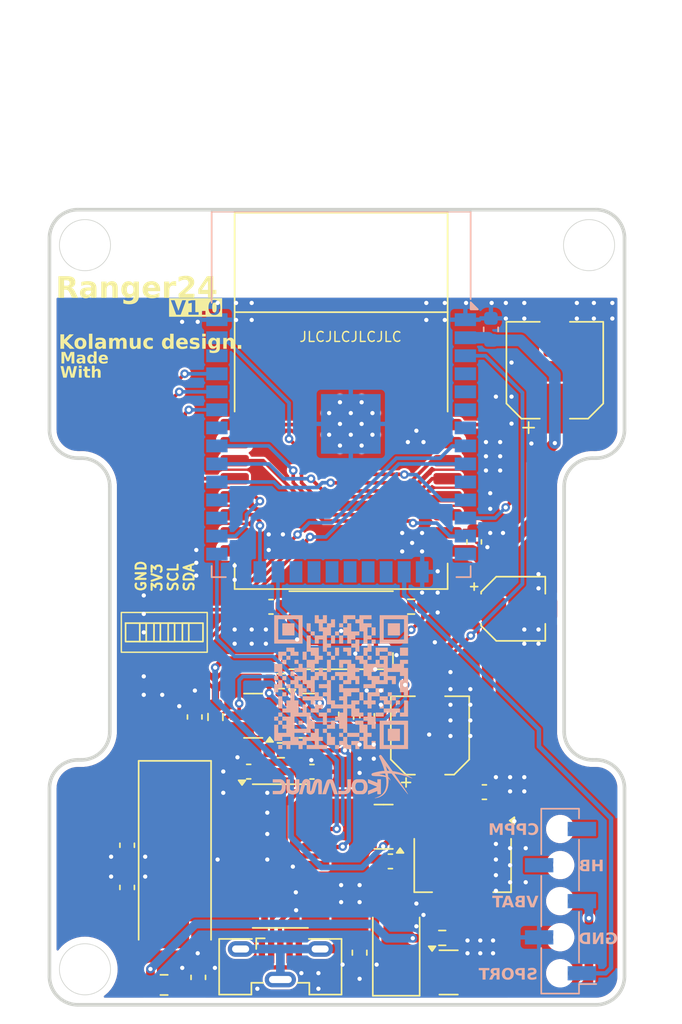
<source format=kicad_pcb>
(kicad_pcb (version 20240108) (generator "pcbnew") (generator_version "8.0")
  (layers (0 "F.Cu" signal) (31 "B.Cu" signal) (34 "B.Paste" user) (35 "F.Paste" user) (36 "B.SilkS" user "B.Silkscreen") (37 "F.SilkS" user "F.Silkscreen") (38 "B.Mask" user) (39 "F.Mask" user) (44 "Edge.Cuts" user))
  (net 0 "")
  (net 1 "+3V3")
  (net 2 "GND")
  (net 3 "/RX")
  (net 4 "/TX")
  (net 5 "/IO0")
  (net 6 "/EN")
  (net 10 "/TX_EN")
  (net 11 "/BUSY")
  (net 13 "/MOSI")
  (net 14 "/SCK")
  (net 15 "/MISO")
  (net 17 "/S.PORT")
  (net 18 "/NSS")
  (net 21 "/RX_EN")
  (net 22 "/DIO1")
  (net 23 "/~{nRESET}")
  (net 27 "/SCL")
  (net 30 "/DIO2")
  (net 33 "/HB")
  (net 34 "/VBAT")
  (net 35 "/CPPM")
  (net 36 "/FAN")
  (net 37 "/LED")
  (net 38 "/SDA")
  (net 39 "Net-(U4-XI)")
  (net 40 "Net-(U4-XO)")
  (net 41 "+5V")
  (net 42 "VCC")
  (net 43 "VBUS")
  (net 44 "Net-(D4-DIN)")
  (net 46 "/D-")
  (net 47 "/D+")
  (net 48 "Net-(Q1-B)")
  (net 49 "Net-(Q1-E)")
  (net 50 "Net-(Q2-E)")
  (net 51 "Net-(Q2-B)")
  (net 59 "Net-(J3-VBUS)")
  (net 61 "Net-(J3-Shield)")
  (footprint "Capacitor_SMD:CP_Elec_6.3x5.7" (layer "F.Cu") (at 166.55 79.94 90)
    (property "Reference" "C14" (hide yes))
    (property "Value" "22uF/50V" (hide yes))
  )
  (footprint "Resistor_SMD:R_0603_1608Metric" (layer "F.Cu") (at 156.43 96.59 180)
    (property "Reference" "R2" (hide yes))
    (property "Value" "100R" (hide yes))
  )
  (footprint "Capacitor_SMD:CP_Elec_5x5.3" (layer "F.Cu") (at 157.76 105.66 90)
    (property "Reference" "C13" (hide yes))
    (property "Value" "10uF/35V" (hide yes))
  )
  (footprint "Package_TO_SOT_SMD:SOT-223-3_TabPin2" (layer "F.Cu") (at 160.06 114.79 -90)
    (property "Reference" "U5" (hide yes))
    (property "Value" "AMS1117-3.3" (hide yes))
  )
  (footprint "Capacitor_SMD:C_0603_1608Metric" (layer "F.Cu") (at 144.99 108.21 180)
    (property "Reference" "C8" (hide yes))
    (property "Value" "10nF" (hide yes))
  )
  (footprint "Resistor_SMD:R_0603_1608Metric" (layer "F.Cu") (at 147.2575 101.84)
    (property "Reference" "R9" (hide yes))
    (property "Value" "10K" (hide yes))
  )
  (footprint "Capacitor_SMD:C_0603_1608Metric" (layer "F.Cu") (at 136.43 116.365 90)
    (property "Reference" "C6" (hide yes))
    (property "Value" "10pF" (hide yes))
  )
  (footprint "Inductor_SMD:L_0603_1608Metric" (layer "F.Cu") (at 152.8 120.96 90)
    (property "Reference" "L1" (hide yes))
    (property "Value" "220R" (hide yes))
  )
  (footprint "Capacitor_SMD:C_0603_1608Metric" (layer "F.Cu") (at 141.1875 104.36 -90)
    (property "Reference" "C12" (hide yes))
    (property "Value" "0.1uF" (hide yes))
  )
  (footprint "Capacitor_SMD:CP_Elec_4x5.4" (layer "F.Cu") (at 163.62 96.74)
    (property "Reference" "C2" (hide yes))
    (property "Value" "10uF" (hide yes))
  )
  (footprint "Capacitor_SMD:C_0603_1608Metric" (layer "F.Cu") (at 154.97 114.53)
    (property "Reference" "C15" (hide yes))
    (property "Value" "0.1uF" (hide yes))
  )
  (footprint "Package_TO_SOT_SMD:SOT-23" (layer "F.Cu") (at 145.3075 104.2725 180)
    (property "Reference" "Q1" (hide yes))
    (property "Value" "MMBT3904" (hide yes))
  )
  (footprint "Package_TO_SOT_SMD:SOT-23" (layer "F.Cu") (at 149.2075 104.27)
    (property "Reference" "Q2" (hide yes))
    (property "Value" "MMBT3904" (hide yes))
  )
  (footprint "Capacitor_SMD:C_0603_1608Metric" (layer "F.Cu") (at 161.59 109.65 180)
    (property "Reference" "C10" (hide yes))
    (property "Value" "0.1uF" (hide yes))
  )
  (footprint "Capacitor_SMD:C_0603_1608Metric" (layer "F.Cu") (at 149.445 108.22 180)
    (property "Reference" "C9" (hide yes))
    (property "Value" "1uF" (hide yes))
  )
  (footprint "Capacitor_SMD:C_0603_1608Metric" (layer "F.Cu") (at 160.87 92.03 90)
    (property "Reference" "C3" (hide yes))
    (property "Value" "0.1uF" (hide yes))
  )
  (footprint "Resistor_SMD:R_0603_1608Metric" (layer "F.Cu") (at 147.2575 106.71 180)
    (property "Reference" "R8" (hide yes))
    (property "Value" "10K" (hide yes))
  )
  (footprint "Crystal:Crystal_SMD_HC49-SD" (layer "F.Cu") (at 139.79 114.15 -90)
    (property "Reference" "Y1" (hide yes))
    (property "Value" "Crystal" (hide yes))
  )
  (footprint "LED_SMD:LED_WS2812B_PLCC4_5.0x5.0mm_P3.2mm" (layer "F.Cu") (at 151.5 98.25)
    (property "Reference" "D4" (hide yes))
    (property "Value" "WS2812B" (hide yes))
  )
  (footprint "Library:E28-2G4M27S" (layer "F.Cu") (at 151.62 83.77 180)
    (property "Reference" "U2" (hide yes))
    (property "Value" "E28-2G4M27S" (hide yes))
  )
  (footprint "Capacitor_SMD:C_0603_1608Metric" (layer "F.Cu") (at 146.56 96.6)
    (property "Reference" "C7" (hide yes))
    (property "Value" "0.1uF" (hide yes))
  )
  (footprint "Package_SO:SOIC-16_3.9x9.9mm_P1.27mm" (layer "F.Cu") (at 147.22 114.155)
    (property "Reference" "U4" (hide yes))
    (property "Value" "CH340G" (hide yes))
  )
  (footprint "Capacitor_SMD:C_0603_1608Metric" (layer "F.Cu") (at 153.3275 104.27 90)
    (property "Reference" "C11" (hide yes))
    (property "Value" "0.1uF" (hide yes))
  )
  (footprint "Connector_USB:USB_Micro-B_Molex-105133-0031" (layer "F.Cu") (at 147.22 121.775)
    (property "Reference" "J3" (hide yes))
    (property "Value" "1051330011" (hide yes))
  )
  (footprint "Library:DS1020-05-04BT1" (layer "F.Cu") (at 139.07 98.4)
    (property "Reference" "J1" (hide yes))
    (property "Value" "LCD" (hide yes))
  )
  (footprint "Package_TO_SOT_SMD:SOT-23" (layer "F.Cu") (at 154.49 112.09 180)
    (property "Reference" "U3" (hide yes))
    (property "Value" "~" (hide yes))
  )
  (footprint "Resistor_SMD:R_0603_1608Metric" (layer "F.Cu") (at 158.62 119.92 180)
    (property "Reference" "R1" (hide yes))
    (property "Value" "100K" (hide yes))
  )
  (footprint "Diode_SMD:D_SMA" (layer "F.Cu") (at 155.38 120.48 90)
    (property "Reference" "D3" (hide yes))
    (property "Value" "SS34" (hide yes))
  )
  (footprint "Resistor_SMD:R_0603_1608Metric" (layer "F.Cu") (at 151.8575 104.27 -90)
    (property "Reference" "R11" (hide yes))
    (property "Value" "10K" (hide yes))
  )
  (footprint "Capacitor_SMD:C_0603_1608Metric" (layer "F.Cu") (at 136.43 113.395 -90)
    (property "Reference" "C5" (hide yes))
    (property "Value" "10pF" (hide yes))
  )
  (footprint "Package_TO_SOT_SMD:SOT-23" (layer "F.Cu") (at 159.07 122.35)
    (property "Reference" "Q3" (hide yes))
    (property "Value" "PJA3441" (hide yes))
  )
  (footprint "Resistor_SMD:R_0603_1608Metric" (layer "F.Cu") (at 142.6475 104.36 90)
    (property "Reference" "R10" (hide yes))
    (property "Value" "10K" (hide yes))
  )
  (footprint "Capacitor_SMD:C_0603_1608Metric" (layer "F.Cu") (at 141.44 122.7 90)
    (property "Reference" "C4" (hide yes))
    (property "Value" "1uF" (hide yes))
  )
  (footprint "Fuse:Fuse_0805_2012Metric" (layer "F.Cu") (at 139.03 123.23 180)
    (property "Reference" "F1" (hide yes))
    (property "Value" "6V/1.5A" (hide yes))
  )
  (footprint "Capacitor_SMD:C_0603_1608Metric" (layer "B.Cu") (at 162.05 77.06 90)
    (property "Reference" "C1" (hide yes))
    (property "Value" "0.1uF" (hide yes))
  )
  (footprint "Library:DS1023-10-1X5B81XTX" (layer "B.Cu") (at 166.93 117.2792 90)
    (property "Reference" "J2" (hide yes))
    (property "Value" "SPORT" (hide yes))
  )
  (footprint "LOGO" (layer "B.Cu") (at 151.504927 101.9 180)
    (property "Reference" "G***" (hide yes))
    (property "Value" "LOGO" (hide yes))
  )
  (footprint "RF_Module:ESP32-WROOM-32" (layer "B.Cu") (at 151.5 84.63 180)
    (property "Reference" "U1" (hide yes))
    (property "Value" "ESP32-WROOM-32D" (hide yes))
  )
  (footprint "Alperen:KOLAMUC_LOGO" (layer "B.Cu") (at 156.6 110.2 180)
    (property "Reference" "REF**" (hide yes))
    (property "Value" "KOLAMUC_LOGO" (hide yes))
  )
  (gr_arc (start 169.207 107.379) (mid 167.792786 106.793214) (end 167.207 105.379) (stroke (width 0.254)) (layer "Edge.Cuts"))
  (gr_arc (start 171.458 84.13) (mid 170.872214 85.544214) (end 169.458 86.13) (stroke (width 0.254)) (layer "Edge.Cuts"))
  (gr_line (start 132.957 86.132) (end 133.209 86.132) (stroke (width 0.254)) (layer "Edge.Cuts"))
  (gr_arc (start 169.457 107.379) (mid 170.871214 107.964786) (end 171.457 109.379) (stroke (width 0.254)) (layer "Edge.Cuts"))
  (gr_line (start 169.208 86.131) (end 169.457 86.132) (stroke (width 0.254)) (layer "Edge.Cuts"))
  (gr_line (start 135.208 88.13) (end 135.208 105.38) (stroke (width 0.254)) (layer "Edge.Cuts"))
  (gr_line (start 130.958 109.38) (end 130.958 122.632) (stroke (width 0.254)) (layer "Edge.Cuts"))
  (gr_circle (center 133.46 122.13) (end 135.26 122.13) (stroke (width 0.05)) (fill none) (layer "Edge.Cuts"))
  (gr_arc (start 133.208 86.13) (mid 134.622214 86.715786) (end 135.208 88.13) (stroke (width 0.254)) (layer "Edge.Cuts"))
  (gr_circle (center 133.46 71.13) (end 135.26 71.13) (stroke (width 0.05)) (fill none) (layer "Edge.Cuts"))
  (gr_line (start 169.458 107.38) (end 169.206 107.38) (stroke (width 0.254)) (layer "Edge.Cuts"))
  (gr_line (start 171.457 109.38) (end 171.456999 122.631) (stroke (width 0.254)) (layer "Edge.Cuts"))
  (gr_arc (start 132.958 124.63) (mid 131.544494 124.04492) (end 130.958001 122.632) (stroke (width 0.254)) (layer "Edge.Cuts"))
  (gr_arc (start 171.456999 122.631) (mid 170.870506 124.04392) (end 169.457 124.629) (stroke (width 0.254)) (layer "Edge.Cuts"))
  (gr_arc (start 132.958 86.13) (mid 131.543786 85.544214) (end 130.958 84.13) (stroke (width 0.254)) (layer "Edge.Cuts"))
  (gr_line (start 167.208 105.381) (end 167.206 88.131) (stroke (width 0.254)) (layer "Edge.Cuts"))
  (gr_line (start 132.957 124.629) (end 169.458 124.629) (stroke (width 0.254)) (layer "Edge.Cuts"))
  (gr_arc (start 169.458 68.63) (mid 170.872214 69.215786) (end 171.458 70.63) (stroke (width 0.254)) (layer "Edge.Cuts"))
  (gr_line (start 171.458 84.13) (end 171.458 70.63) (stroke (width 0.254)) (layer "Edge.Cuts"))
  (gr_line (start 130.958 70.631) (end 130.958 84.13) (stroke (width 0.254)) (layer "Edge.Cuts"))
  (gr_line (start 133.209 107.381) (end 132.957 107.381) (stroke (width 0.254)) (layer "Edge.Cuts"))
  (gr_arc (start 130.958 70.63) (mid 131.543786 69.215786) (end 132.958 68.63) (stroke (width 0.254)) (layer "Edge.Cuts"))
  (gr_arc (start 130.958 109.38) (mid 131.543786 107.965786) (end 132.958 107.38) (stroke (width 0.254)) (layer "Edge.Cuts"))
  (gr_circle (center 168.96 71.13) (end 170.76 71.13) (stroke (width 0.05)) (fill none) (layer "Edge.Cuts"))
  (gr_arc (start 167.208 88.13) (mid 167.793786 86.715786) (end 169.208 86.13) (stroke (width 0.254)) (layer "Edge.Cuts"))
  (gr_arc (start 135.208 105.38) (mid 134.622214 106.794214) (end 133.208 107.38) (stroke (width 0.254)) (layer "Edge.Cuts"))
  (gr_line (start 169.458 68.631) (end 132.957 68.631) (stroke (width 0.254)) (layer "Edge.Cuts"))
  (gr_text "010624" (at 133.3 117.6 90) (layer "F.Cu") (effects (font (size 1 1) (thickness 0.1)) (justify left bottom)))
  (gr_text "GND" (at 170.99 120.49 0) (layer "B.SilkS") (effects (font (size 0.8 0.8) (thickness 0.2) (bold yes)) (justify left bottom mirror)))
  (gr_text "SPORT" (at 165.34 122.99 0) (layer "B.SilkS") (effects (font (size 0.8 0.8) (thickness 0.2) (bold yes)) (justify left bottom mirror)))
  (gr_text "CPPM" (at 165.44 112.8 0) (layer "B.SilkS") (effects (font (size 0.8 0.8) (thickness 0.2) (bold yes)) (justify left bottom mirror)))
  (gr_text "VBAT" (at 165.4 117.9 0) (layer "B.SilkS") (effects (font (size 0.8 0.8) (thickness 0.2) (bold yes)) (justify left bottom mirror)))
  (gr_text "HB" (at 170.02 115.36 0) (layer "B.SilkS") (effects (font (size 0.8 0.8) (thickness 0.2) (bold yes)) (justify left bottom mirror)))
  (gr_text "With" (at 131.7 80.6 0) (layer "F.SilkS") (effects (font (size 0.8 0.8) (thickness 0.2) (bold yes)) (justify left bottom)))
  (gr_text "Kolamuc design." (at 131.6 78.6 0) (layer "F.SilkS") (effects (font (size 1 1) (thickness 0.2) (bold yes)) (justify left bottom)))
  (gr_text "Made" (at 131.7 79.6 0) (layer "F.SilkS") (effects (font (size 0.8 0.8) (thickness 0.2) (bold yes)) (justify left bottom)))
  (gr_text "JLCJLCJLCJLC" (at 148.5 78 0) (layer "F.SilkS") (effects (font (size 0.7 0.7) (thickness 0.1)) (justify left bottom)))
  (gr_text "Ranger24" (at 131.4 75.1 0) (layer "F.SilkS") (effects (font (size 1.5 1.5) (thickness 0.25) (bold yes)) (justify left bottom)))
  (gr_text "V1.0" (at 139.5 76.2 0) (layer "F.SilkS" knockout) (effects (font (size 1 1) (thickness 0.25) (bold yes)) (justify left bottom)))
  (gr_text "GND\n3V3\nSCL\nSDA" (at 141.2 95.6 90) (layer "F.SilkS") (effects (font (size 0.7 0.7)) (justify left bottom)))
  (segment (start 151.87 100.9) (end 152.75 101.78) (width 0.508) (layer "F.Cu") (net 1))
  (segment (start 160.06 109.56) (end 160.06 109.14) (width 0.8128) (layer "F.Cu") (net 1))
  (segment (start 161.82 107.38) (end 161.82 96.74) (width 0.8128) (layer "F.Cu") (net 1))
  (segment (start 158.059058 100.4466) (end 159.62 98.885658) (width 0.508) (layer "F.Cu") (net 1))
  (segment (start 147.49 110.48) (end 148.26 109.71) (width 0.508) (layer "F.Cu") (net 1))
  (segment (start 160.06 109.56) (end 160.15 109.65) (width 0.8128) (layer "F.Cu") (net 1))
  (segment (start 160.26 96.74) (end 161.82 96.74) (width 0.508) (layer "F.Cu") (net 1))
  (segment (start 149.01 109.71) (end 149.695 109.71) (width 0.508) (layer "F.Cu") (net 1))
  (segment (start 159 92.66) (end 160.725 92.66) (width 0.8128) (layer "F.Cu") (net 1))
  (segment (start 156.1634 100.4466) (end 158.059058 100.4466) (width 0.508) (layer "F.Cu") (net 1))
  (segment (start 166.55 82.64) (end 166.55 85.07) (width 0.8128) (layer "F.Cu") (net 1))
  (segment (start 155.1 102.05) (end 154.83 101.78) (width 0.508) (layer "F.Cu") (net 1))
  (segment (start 166.55 85.07) (end 165.1 86.52) (width 0.8128) (layer "F.Cu") (net 1))
  (segment (start 154.83 101.78) (end 156.1634 100.4466) (width 0.508) (layer "F.Cu") (net 1))
  (segment (start 142.6475 103.535) (end 142.6475 102.4725) (width 0.508) (layer "F.Cu") (net 1))
  (segment (start 138.57 100.94) (end 139.28 101.65) (width 0.254) (layer "F.Cu") (net 1))
  (segment (start 147.49 113.09) (end 147.49 110.48) (width 0.508) (layer "F.Cu") (net 1))
  (segment (start 148.66 108.21) (end 148.67 108.22) (width 0.508) (layer "F.Cu") (net 1))
  (segment (start 165.1 86.52) (end 165.1 90.475) (width 0.8128) (layer "F.Cu") (net 1))
  (segment (start 148.67 109.37) (end 149.01 109.71) (width 0.508) (layer "F.Cu") (net 1))
  (segment (start 165.1 90.475) (end 161.82 93.755) (width 0.8128) (layer "F.Cu") (net 1))
  (segment (start 160.06 111.64) (end 160.06 109.56) (width 0.8128) (layer "F.Cu") (net 1))
  (segment (start 161.82 93.755) (end 161.82 96.74) (width 0.8128) (layer "F.Cu") (net 1))
  (segment (start 160.725 92.66) (end 160.87 92.805) (width 0.8128) (layer "F.Cu") (net 1))
  (segment (start 142.6475 102.4725) (end 144.22 100.9) (width 0.508) (layer "F.Cu") (net 1))
  (segment (start 145.765 108.21) (end 148.66 108.21) (width 0.508) (layer "F.Cu") (net 1))
  (segment (start 160.15 109.65) (end 160.815 109.65) (width 0.8128) (layer "F.Cu") (net 1))
  (segment (start 159.62 98.885658) (end 159.62 97.38) (width 0.508) (layer "F.Cu") (net 1))
  (segment (start 149.695 109.71) (end 152.51 109.71) (width 0.508) (layer "F.Cu") (net 1))
  (segment (start 160.06 117.94) (end 160.06 111.64) (width 0.8128) (layer "F.Cu") (net 1))
  (segment (start 160.06 109.14) (end 161.82 107.38) (width 0.8128) (layer "F.Cu") (net 1))
  (segment (start 147.06 113.52) (end 147.49 113.09) (width 0.508) (layer "F.Cu") (net 1))
  (segment (start 138.57 96.8) (end 138.57 100.94) (width 0.254) (layer "F.Cu") (net 1))
  (segment (start 160.87 92.805) (end 161.82 93.755) (width 0.8128) (layer "F.Cu") (net 1))
  (segment (start 151.8575 102.6725) (end 152.75 101.78) (width 0.508) (layer "F.Cu") (net 1))
  (segment (start 151.8575 103.445) (end 151.8575 102.6725) (width 0.508) (layer "F.Cu") (net 1))
  (segment (start 144.22 100.9) (end 151.87 100.9) (width 0.508) (layer "F.Cu") (net 1))
  (segment (start 152.75 101.78) (end 154.83 101.78) (width 0.508) (layer "F.Cu") (net 1))
  (segment (start 144.745 113.52) (end 147.06 113.52) (width 0.508) (layer "F.Cu") (net 1))
  (segment (start 159.62 97.38) (end 160.26 96.74) (width 0.508) (layer "F.Cu") (net 1))
  (segment (start 139.28 101.65) (end 141.825 101.65) (width 0.254) (layer "F.Cu") (net 1))
  (segment (start 152.51 109.71) (end 155.1 107.12) (width 0.508) (layer "F.Cu") (net 1))
  (segment (start 148.26 109.71) (end 149.695 109.71) (width 0.508) (layer "F.Cu") (net 1))
  (segment (start 155.1 107.12) (end 155.1 102.05) (width 0.508) (layer "F.Cu") (net 1))
  (segment (start 148.67 108.22) (end 148.67 109.37) (width 0.508) (layer "F.Cu") (net 1))
  (segment (start 141.825 101.65) (end 142.6475 102.4725) (width 0.254) (layer "F.Cu") (net 1))
  (via (at 166.55 85.07) (size 0.6048) (drill 0.3) (layers "F.Cu" "B.Cu") (net 1))
  (segment (start 162.05 77.835) (end 164.135 77.835) (width 0.8128) (layer "B.Cu") (net 1))
  (segment (start 160.25 77.65) (end 161.865 77.65) (width 0.8128) (layer "B.Cu") (net 1))
  (segment (start 161.865 77.65) (end 162.05 77.835) (width 0.8128) (layer "B.Cu") (net 1))
  (segment (start 164.135 77.835) (end 166.55 80.25) (width 0.8128) (layer "B.Cu") (net 1))
  (segment (start 166.55 80.25) (end 166.55 85.07) (width 0.8128) (layer "B.Cu") (net 1))
  (via (at 142.8 114.4) (size 0.6048) (drill 0.3) (layers "F.Cu" "B.Cu") (net 2))
  (via (at 157.3 118.3) (size 0.6048) (drill 0.3) (layers "F.Cu" "B.Cu") (net 2))
  (via (at 141.3 93.5) (size 0.6048) (drill 0.3) (layers "F.Cu" "B.Cu") (net 2))
  (via (at 152.8 116.2) (size 0.6048) (drill 0.3) (layers "F.Cu" "B.Cu") (net 2))
  (via (at 160.3 75.2) (size 0.6048) (drill 0.3) (layers "F.Cu" "B.Cu") (net 2))
  (via (at 151.5 117.4) (size 0.6048) (drill 0.3) (layers "F.Cu" "B.Cu") (net 2))
  (via (at 156.2 85) (size 0.6048) (drill 0.3) (layers "F.Cu" "B.Cu") (net 2))
  (via (at 163.4 109.6) (size 0.6048) (drill 0.3) (layers "F.Cu" "B.Cu") (net 2))
  (via (at 162 88.6) (size 0.6048) (drill 0.3) (layers "F.Cu" "B.Cu") (net 2))
  (via (at 160.6 105.7) (size 0.6048) (drill 0.3) (layers "F.Cu" "B.Cu") (net 2))
  (via (at 163.4 116) (size 0.6048) (drill 0.3) (layers "F.Cu" "B.Cu") (net 2))
  (via (at 146.3 111.1) (size 0.6048) (drill 0.3) (layers "F.Cu" "B.Cu") (net 2))
  (via (at 142.61 122.03) (size 0.6048) (drill 0.3) (layers "F.Cu" "B.Cu") (net 2))
  (via (at 163.1 76.3) (size 0.6048) (drill 0.3) (layers "F.Cu" "B.Cu") (net 2))
  (via (at 144.1 76.4) (size 0.6048) (drill 0.3) (layers "F.Cu" "B.Cu") (net 2))
  (via (at 146.2 98.2) (size 0.6048) (drill 0.3) (layers "F.Cu" "B.Cu") (net 2))
  (via (at 148.7 122.4) (size 0.6048) (drill 0.3) (layers "F.Cu" "B.Cu") (net 2))
  (via (at 145.2 98.2) (size 0.6048) (drill 0.3) (layers "F.Cu" "B.Cu") (net 2))
  (via (at 163.1 75.2) (size 0.6048) (drill 0.3) (layers "F.Cu" "B.Cu") (net 2))
  (via (at 141.4 76.53) (size 0.6048) (drill 0.3) (layers "F.Cu" "B.Cu") (net 2))
  (via (at 152.8 117.4) (size 0.6048) (drill 0.3) (layers "F.Cu" "B.Cu") (net 2))
  (via (at 165.4 99.2) (size 0.6048) (drill 0.3) (layers "F.Cu" "B.Cu") (net 2))
  (via (at 152.5 99.9) (size 0.6048) (drill 0.3) (layers "F.Cu" "B.Cu") (net 2))
  (via (at 146.3 109.7) (size 0.6048) (drill 0.3) (layers "F.Cu" "B.Cu") (net 2))
  (via (at 160.6 104.6) (size 0.6048) (drill 0.3) (layers "F.Cu" "B.Cu") (net 2))
  (via (at 144 98.2) (size 0.6048) (drill 0.3) (layers "F.Cu" "B.Cu") (net 2))
  (via (at 137.6 101.5) (size 0.6048) (drill 0.3) (layers "F.Cu" "B.Cu") (net 2))
  (via (at 140.3 76.53) (size 0.6048) (drill 0.3) (layers "F.Cu" "B.Cu") (net 2))
  (via (at 161.3 120.1) (size 0.6048) (drill 0.3) (layers "F.Cu" "B.Cu") (net 2))
  (via (at 154.3 103.5) (size 0.6048) (drill 0.3) (layers "F.Cu" "B.Cu") (net 2))
  (via (at 158.3 97) (size 0.6048) (drill 0.3) (layers "F.Cu" "B.Cu") (net 2))
  (via (at 162.2 121) (size 0.6048) (drill 0.3) (layers "F.Cu" "B.Cu") (net 2))
  (via (at 162.9 91.4) (size 0.6048) (drill 0.3) (layers "F.Cu" "B.Cu") (net 2))
  (via (at 145.2 99.2) (size 0.6048) (drill 0.3) (layers "F.Cu" "B.Cu") (net 2))
  (via (at 137.6 98.4) (size 0.6048) (drill 0.3) (layers "F.Cu" "B.Cu") (net 2))
  (via (at 140.31 122.03) (size 0.6048) (drill 0.3) (layers "F.Cu" "B.Cu") (net 2))
  (via (at 158.1 99.1) (size 0.6048) (drill 0.3) (layers "F.Cu" "B.Cu") (net 2))
  (via (at 155.8 92.7) (size 0.6048) (drill 0.3) (layers "F.Cu" "B.Cu") (net 2))
  (via (at 164.4 99.2) (size 0.6048) (drill 0.3) (layers "F.Cu" "B.Cu") (net 2))
  (via (at 157.7 105.6) (size 0.6048) (drill 0.3) (layers "F.Cu" "B.Cu") (net 2))
  (via (at 162 91.4) (size 0.6048) (drill 0.3) (layers "F.Cu" "B.Cu") (net 2))
  (via (at 151.5 98.3) (size 0.6048) (drill 0.3) (layers "F.Cu" "B.Cu") (net 2))
  (via (at 163.4 108.6) (size 0.6048) (drill 0.3) (layers "F.Cu" "B.Cu") (net 2))
  (via (at 154 121.8) (size 0.6048) (drill 0.3) (layers "F.Cu" "B.Cu") (net 2))
  (via (at 149.9 123.5) (size 0.6048) (drill 0.3) (layers "F.Cu" "B.Cu") (net 2))
  (via (at 160.6 103.5) (size 0.6048) (drill 0.3) (layers "F.Cu" "B.Cu") (net 2))
  (via (at 148.31 116.71) (size 0.6) (drill 0.3) (layers "F.Cu" "B.Cu") (net 2))
  (via (at 157.2 95.6) (size 0.6048) (drill 0.3) (layers "F.Cu" "B.Cu") (net 2))
  (via (at 141.3 94.4) (size 0.6048) (drill 0.3) (layers "F.Cu" "B.Cu") (net 2))
  (via (at 137.6 95.8) (size 0.6048) (drill 0.3) (layers "F.Cu" "B.Cu") (net 2))
  (via (at 161.3 121) (size 0.6048) (drill 0.3) (layers "F.Cu" "B.Cu") (net 2))
  (via (at 146.2 99.2) (size 0.6048) (drill 0.3) (layers "F.Cu" "B.Cu") (net 2))
  (via (at 164.4 75.2) (size 0.6048) (drill 0.3) (layers "F.Cu" "B.Cu") (net 2))
  (via (at 135.3 115.6) (size 0.6048) (drill 0.3) (layers "F.Cu" "B.Cu") (net 2))
  (via (at 155.4 100) (size 0.6048) (drill 0.3) (layers "F.Cu" "B.Cu") (net 2))
  (via (at 158.8 75.2) (size 0.6048) (drill 0.3) (layers "F.Cu" "B.Cu") (net 2))
  (via (at 156.8 84.2) (size 0.6048) (drill 0.3) (layers "F.Cu" "B.Cu") (net 2))
  (via (at 157.3 85) (size 0.6048) (drill 0.3) (layers "F.Cu" "B.Cu") (net 2))
  (via (at 159.2 105.7) (size 0.6048) (drill 0.3) (layers "F.Cu" "B.Cu") (net 2))
  (via (at 146.3 114.4) (size 0.6048) (drill 0.3) (layers "F.Cu" "B.Cu") (net 2))
  (via (at 158.3 94.1) (size 0.6048) (drill 0.3) (layers "F.Cu" "B.Cu") (net 2))
  (via (at 164.4 109.6) (size 0.6048) (drill 0.3) (layers "F.Cu" "B.Cu") (net 2))
  (via (at 152.8 122.8) (size 0.6048) (drill 0.3) (layers "F.Cu" "B.Cu") (net 2))
  (via (at 153.3 102.5) (size 0.6048) (drill 0.3) (layers "F.Cu" "B.Cu") (net 2))
  (via (at 163.7 111.7) (size 0.6048) (drill 0.3) (layers "F.Cu" "B.Cu") (net 2))
  (via (at 144.1 75.2) (size 0.6048) (drill 0.3) (layers "F.Cu" "B.Cu") (net 2))
  (via (at 164.4 98.2) (size 0.6048) (drill 0.3) (layers "F.Cu" "B.Cu") (net 2))
  (via (at 153.8 107.3) (size 0.6048) (drill 0.3) (layers "F.Cu" "B.Cu") (net 2))
  (via (at 169.3 75.2) (size 0.6048) (drill 0.3) (layers "F.Cu" "B.Cu") (net 2))
  (via (at 152.8 107.3) (size 0.6048) (drill 0.3) (layers "F.Cu" "B.Cu") (net 2))
  (via (at 162.7 87) (size 0.6048) (drill 0.3) (layers "F.Cu" "B.Cu") (net 2))
  (via (at 156.8 119.1) (size 0.6048) (drill 0.3) (layers "F.Cu" "B.Cu") (net 2))
  (via (at 162.7 85) (size 0.6048) (drill 0.3) (layers "F.Cu" "B.Cu") (net 2))
  (via (at 145.2 75.2) (size 0.6048) (drill 0.3) (layers "F.Cu" "B.Cu") (net 2))
  (via (at 164.9 85.1) (size 0.6048) (drill 0.3) (layers "F.Cu" "B.Cu") (net 2))
  (via (at 153.9 101) (size 0.6048) (drill 0.3) (layers "F.Cu" "B.Cu") (net 2))
  (via (at 144 93.7) (size 0.6048) (drill 0.3) (layers "F.Cu" "B.Cu") (net 2))
  (via (at 157.5 76.4) (size 0.6048) (drill 0.3) (layers "F.Cu" "B.Cu") (net 2))
  (via (at 156.8 117.5) (size 0.6048) (drill 0.3) (layers "F.Cu" "B.Cu") (net 2))
  (via (at 164.4 76.3) (size 0.6048) (drill 0.3) (layers "F.Cu" "B.Cu") (net 2))
  (via (at 141.2 102.5) (size 0.6048) (drill 0.3) (layers "F.Cu" "B.Cu") (net 2))
  (via (at 161.8 92.4) (size 0.6048) (drill 0.3) (layers "F.Cu" "B.Cu") (net 2))
  (via (at 147.4 91.5) (size 0.6048) (drill 0.3) (layers "F.Cu" "B.Cu") (net 2))
  (via (at 144.2 107.2) (size 0.6048) (drill 0.3) (layers "F.Cu" "B.Cu") (net 2))
  (via (at 165.4 94.3) (size 0.6048) (drill 0.3) (layers "F.Cu" "B.Cu") (net 2))
  (via (at 143.2 109.7) (size 0.6048) (drill 0.3) (layers "F.Cu" "B.Cu") (net 2))
  (via (at 145.6 123.5) (size 0.6048) (drill 0.3) (layers "F.Cu" "B.Cu") (net 2))
  (via (at 162.4 115.5) (size 0.6048) (drill 0.3) (layers "F.Cu" "B.Cu") (net 2))
  (via (at 164.5 116) (size 0.6048) (drill 0.3) (layers "F.Cu" "B.Cu") (net 2))
  (via (at 164.5 113.6) (size 0.6048) (drill 0.3) (layers "F.Cu" "B.Cu") (net 2))
  (via (at 153.8 106.3) (size 0.6048) (drill 0.3) (layers "F.Cu" "B.Cu") (net 2))
  (via (at 163.5 81.8) (size 0.6048) (drill 0.3) (layers "F.Cu" "B.Cu") (net 2))
  (via (at 164.4 108.6) (size 0.6048) (drill 0.3) (layers "F.Cu" "B.Cu") (net 2))
  (via (at 163.4 114.8) (size 0.6048) (drill 0.3) (layers "F.Cu" "B.Cu") (net 2))
  (via (at 162.1 75.2) (size 0.6048) (drill 0.3) (layers "F.Cu" "B.Cu") (net 2))
  (via (at 161.7 86) (size 0.6048) (drill 0.3) (layers "F.Cu" "B.Cu") (net 2))
  (via (at 165.4 95.3) (size 0.6048) (drill 0.3) (layers "F.Cu" "B.Cu") (net 2))
  (via (at 161.7 85) (size 0.6048) (drill 0.3) (layers "F.Cu" "B.Cu") (net 2))
  (via (at 135.3 114.2) (size 0.6048) (drill 0.3) (layers "F.Cu" "B.Cu") (net 2))
  (via (at 165.4 98.2) (size 0.6048) (drill 0.3) (layers "F.Cu" "B.Cu") (net 2))
  (via (at 141.4 121) (size 0.6048) (drill 0.3) (layers "F.Cu" "B.Cu") (net 2))
  (via (at 162.4 81.8) (size 0.6048) (drill 0.3) (layers "F.Cu" "B.Cu") (net 2))
  (via (at 148.4 98.9) (size 0.6048) (drill 0.3) (layers "F.Cu" "B.Cu") (net 2))
  (via (at 151.5 116.2) (size 0.6048) (drill 0.3) (layers "F.Cu" "B.Cu") (net 2))
  (via (at 137.7 115.6) (size 0.6048) (drill 0.3) (layers "F.Cu" "B.Cu") (net 2))
  (via (at 160.4 120.1) (size 0.6048) (drill 0.3) (layers "F.Cu" "B.Cu") (net 2))
  (via (at 152.8 106.3) (size 0.6048) (drill 0.3) (layers "F.Cu" "B.Cu") (net 2))
  (via (at 163.5 83.7) (size 0.6048) (drill 0.3) (layers "F.Cu" "B.Cu") (net 2))
  (via (at 156.5 92.1) (size 0.6048) (drill 0.3) (layers "F.Cu" "B.Cu") (net 2))
  (via (at 155.8 91.4) (size 0.6048) (drill 0.3) (layers "F.Cu" "B.Cu") (net 2))
  (via (at 159.2 102.4) (size 0.6048) (drill 0.3) (layers "F.Cu" "B.Cu") (net 2))
  (via (at 162.4 114.4) (size 0.6048) (drill 0.3) (layers "F.Cu" "B.Cu") (net 2))
  (via (at 157.2 91.4) (size 0.6048) (drill 0.3) (layers "F.Cu" "B.Cu") (net 2))
  (via (at 145.2 76.4) (size 0.6048) (drill 0.3) (layers "F.Cu" "B.Cu") (net 2))
  (via (at 137.6 97.1) (size 0.6048) (drill 0.3) (layers "F.Cu" "B.Cu") (net 2))
  (via (at 158.3 95.6) (size 0.6048) (drill 0.3) (layers "F.Cu" "B.Cu") (net 2))
  (via (at 159.2 101.2) (size 0.6048) (drill 0.3) (layers "F.Cu" "B.Cu") (net 2))
  (via (at 148.33 117.97) (size 0.6) (drill 0.3) (layers "F.Cu" "B.Cu") (net 2))
  (via (at 163.5 79.4) (size 0.6048) (drill 0.3) (layers "F.Cu" "B.Cu") (net 2))
  (via (at 158.8 76.4) (size 0.6048) (drill 0.3) (layers "F.Cu" "B.Cu") (net 2))
  (via (at 162.7 86) (size 0.6048) (drill 0.3) (layers "F.Cu" "B.Cu") (net 2))
  (via (at 157.2 92.7) (size 0.6048) (drill 0.3) (layers "F.Cu" "B.Cu") (net 2))
  (via (at 148.1 114.9) (size 0.6048) (drill 0.3) (layers "F.Cu" "B.Cu") (net 2))
  (via (at 162.4 116.6) (size 0.6048) (drill 0.3) (layers "F.Cu" "B.Cu") (net 2))
  (via (at 144 99.2) (size 0.6048) (drill 0.3) (layers "F.Cu" "B.Cu") (net 2))
  (via (at 140.1 103.6) (size 0.6048) (drill 0.3) (layers "F.Cu" "B.Cu") (net 2))
  (via (at 149.9 122.4) (size 0.6048) (drill 0.3) (layers "F.Cu" "B.Cu") (net 2))
  (via (at 160.4 121) (size 0.6048) (drill 0.3) (layers "F.Cu" "B.Cu") (net 2))
  (via (at 163.4 113.6) (size 0.6048) (drill 0.3) (layers "F.Cu" "B.Cu") (net 2))
  (via (at 146.4 91.5) (size 0.6048) (drill 0.3) (layers "F.Cu" "B.Cu") (net 2))
  (via (at 141.3 92.6) (size 0.6048) (drill 0.3) (layers "F.Cu" "B.Cu") (net 2))
  (via (at 142.8 75.2) (size 0.6048) (drill 0.3) (layers "F.Cu" "B.Cu") (net 2))
  (via (at 159.2 103.5) (size 0.6048) (drill 0.3) (layers "F.Cu" "B.Cu") (net 2))
  (via (at 168.1 76.3) (size 0.6048) (drill 0.3) (layers "F.Cu" "B.Cu") (net 2))
  (via (at 170.6 75.2) (size 0.6048) (drill 0.3) (layers "F.Cu" "B.Cu") (net 2))
  (via (at 170.6 76.3) (size 0.6048) (drill 0.3) (layers "F.Cu" "B.Cu") (net 2))
  (via (at 152.8 108.3) (size 0.6048) (drill 0.3) (layers "F.Cu" "B.Cu") (net 2))
  (via (at 162 89.7) (size 0.6048) (drill 0.3) (layers "F.Cu" "B.Cu") (net 2))
  (via (at 168.1 75.2) (size 0.6048) (drill 0.3) (layers "F.Cu" "B.Cu") (net 2))
  (via (at 137.6 102.8) (size 0.6048) (drill 0.3) (layers "F.Cu" "B.Cu") (net 2))
  (via (at 162.2 120.1) (size 0.6048) (drill 0.3) (layers "F.Cu" "B.Cu") (net 2))
  (via (at 146.3 112.6) (size 0.6048) (drill 0.3) (layers "F.Cu" "B.Cu") (net 2))
  (via (at 160.6 102.4) (size 0.6048) (drill 0.3) (layers "F.Cu" "B.Cu") (net 2))
  (via (at 143.2 108.2) (size 0.6048) (drill 0.3) (layers "F.Cu" "B.Cu") (net 2))
  (via (at 149.4 107.4) (size 0.6048) (drill 0.3) (layers "F.Cu" "B.Cu") (net 2))
  (via (at 162.4 108.6) (size 0.6048) (drill 0.3) (layers "F.Cu" "B.Cu") (net 2))
  (via (at 169.3 76.3) (size 0.6048) (drill 0.3) (layers "F.Cu" "B.Cu") (net 2))
  (via (at 161.7 87) (size 0.6048) (drill 0.3) (layers "F.Cu" "B.Cu") (net 2))
  (via (at 159.2 104.6) (size 0.6048) (drill 0.3) (layers "F.Cu" "B.Cu") (net 2))
  (via (at 154.3 102.5) (size 0.6048) (drill 0.3) (layers "F.Cu" "B.Cu") (net 2))
  (via (at 138.9 102.8) (size 0.6048) (drill 0.3) (layers "F.Cu" "B.Cu") (net 2))
  (via (at 146.4 92.6) (size 0.6048) (drill 0.3) (layers "F.Cu" "B.Cu") (net 2))
  (via (at 151.6 121.8) (size 0.6048) (drill 0.3) (layers "F.Cu" "B.Cu") (net 2))
  (via (at 157.5 75.2) (size 0.6048) (drill 0.3) (layers "F.Cu" "B.Cu") (net 2))
  (via (at 162.4 113.3) (size 0.6048) (drill 0.3) (layers "F.Cu" "B.Cu") (net 2))
  (via (at 144 94.7) (size 0.6048) (drill 0.3) (layers "F.Cu" "B.Cu") (net 2))
  (via (at 137.7 114.2) (size 0.6048) (drill 0.3) (layers "F.Cu" "B.Cu") (net 2))
  (segment (start 144.745 112.25) (end 143.57 112.25) (width 0.254) (layer "F.Cu") (net 3))
  (segment (start 141.9736 110.6536) (end 141.9736 110.081664) (width 0.254) (layer "F.Cu") (net 3))
  (segment (start 139.788336 106.678336) (end 139.13 106.02) (width 0.254) (layer "F.Cu") (net 3))
  (segment (start 143.57 112.25) (end 142.04 110.72) (width 0.254) (layer "F.Cu") (net 3))
  (segment (start 136.2336 103.1236) (end 136.2336 101.74) (width 0.254) (layer "F.Cu") (net 3))
  (segment (start 142.04 110.72) (end 141.9736 110.6536) (width 0.254) (layer "F.Cu") (net 3))
  (segment (start 141.4836 106.678336) (end 139.788336 106.678336) (width 0.254) (layer "F.Cu") (net 3))
  (segment (start 141.9736 107.168336) (end 141.4836 106.678336) (width 0.254) (layer "F.Cu") (net 3))
  (segment (start 136.2336 84.4364) (end 140.48 80.19) (width 0.254) (layer "F.Cu") (net 3))
  (segment (start 141.9736 110.081664) (end 141.9736 107.168336) (width 0.254) (layer "F.Cu") (net 3))
  (segment (start 136.2336 101.74) (end 136.2336 84.4364) (width 0.254) (layer "F.Cu") (net 3))
  (segment (start 139.13 106.02) (end 136.2336 103.1236) (width 0.254) (layer "F.Cu") (net 3))
  (via (at 140.48 80.19) (size 0.6048) (drill 0.3) (layers "F.Cu" "B.Cu") (net 3))
  (segment (start 140.48 80.19) (end 142.75 80.19) (width 0.254) (layer "B.Cu") (net 3))
  (segment (start 141.58 106.2) (end 140.46 106.2) (width 0.254) (layer "F.Cu") (net 4))
  (segment (start 136.84 103.11) (end 136.64 102.91) (width 0.254) (layer "F.Cu") (net 4))
  (segment (start 142.38 109.08) (end 142.38 107) (width 0.254) (layer "F.Cu") (net 4))
  (segment (start 136.64 102.91) (end 136.64 99.99) (width 0.254) (layer "F.Cu") (net 4))
  (segment (start 143.11 110.98) (end 142.92 110.79) (width 0.254) (layer "F.Cu") (net 4))
  (segment (start 139.93 106.2) (end 136.84 103.11) (width 0.254) (layer "F.Cu") (net 4))
  (segment (start 144.745 110.98) (end 143.11 110.98) (width 0.254) (layer "F.Cu") (net 4))
  (segment (start 136.64 99.99) (end 136.64 84.92) (width 0.254) (layer "F.Cu") (net 4))
  (segment (start 141.89 106.51) (end 141.58 106.2) (width 0.254) (layer "F.Cu") (net 4))
  (segment (start 136.64 84.92) (end 140.1 81.46) (width 0.254) (layer "F.Cu") (net 4))
  (segment (start 142.38 110.25) (end 142.38 109.08) (width 0.254) (layer "F.Cu") (net 4))
  (segment (start 140.46 106.2) (end 139.93 106.2) (width 0.254) (layer "F.Cu") (net 4))
  (segment (start 142.38 107) (end 141.89 106.51) (width 0.254) (layer "F.Cu") (net 4))
  (segment (start 142.92 110.79) (end 142.38 110.25) (width 0.254) (layer "F.Cu") (net 4))
  (via (at 140.1 81.46) (size 0.6048) (drill 0.3) (layers "F.Cu" "B.Cu") (net 4))
  (segment (start 140.1 81.46) (end 142.75 81.46) (width 0.254) (layer "B.Cu") (net 4))
  (segment (start 151.9075 105.045) (end 151.8575 105.095) (width 0.3048) (layer "F.Cu") (net 5))
  (segment (start 153.3275 105.045) (end 151.9075 105.045) (width 0.3048) (layer "F.Cu") (net 5))
  (segment (start 150.145 104.27) (end 151.0325 104.27) (width 0.3048) (layer "F.Cu") (net 5))
  (segment (start 149.99 104.115) (end 150.145 104.27) (width 0.254) (layer "F.Cu") (net 5))
  (segment (start 151.0325 104.27) (end 151.8575 105.095) (width 0.3048) (layer "F.Cu") (net 5))
  (segment (start 149.99 103.37) (end 149.99 104.115) (width 0.254) (layer "F.Cu") (net 5))
  (via (at 149.99 103.37) (size 0.6048) (drill 0.3) (layers "F.Cu" "B.Cu") (net 5))
  (segment (start 142.75 92.89) (end 142.75 98.85) (width 0.254) (layer "B.Cu") (net 5))
  (segment (start 143.99 100.09) (end 146.71 100.09) (width 0.254) (layer "B.Cu") (net 5))
  (segment (start 142.75 98.85) (end 143.99 100.09) (width 0.254) (layer "B.Cu") (net 5))
  (segment (start 146.71 100.09) (end 149.99 103.37) (width 0.254) (layer "B.Cu") (net 5))
  (segment (start 142.5975 105.135) (end 142.6475 105.185) (width 0.3048) (layer "F.Cu") (net 6))
  (segment (start 156.01 102.1) (end 156.01 101.68) (width 0.254) (layer "F.Cu") (net 6))
  (segment (start 158.2 101.06) (end 160.63 98.63) (width 0.254) (layer "F.Cu") (net 6))
  (segment (start 144.32 104.2225) (end 144.37 104.2725) (width 0.254) (layer "F.Cu") (net 6))
  (segment (start 144.37 104.2725) (end 143.56 104.2725) (width 0.3048) (layer "F.Cu") (net 6))
  (segment (start 144.32 103.41) (end 144.32 104.2225) (width 0.254) (layer "F.Cu") (net 6))
  (segment (start 143.56 104.2725) (end 142.6475 105.185) (width 0.3048) (layer "F.Cu") (net 6))
  (segment (start 156.63 101.06) (end 158.2 101.06) (width 0.254) (layer "F.Cu") (net 6))
  (segment (start 156.01 101.68) (end 156.63 101.06) (width 0.254) (layer "F.Cu") (net 6))
  (segment (start 141.1875 105.135) (end 142.5975 105.135) (width 0.3048) (layer "F.Cu") (net 6))
  (via (at 144.32 103.41) (size 0.6048) (drill 0.3) (layers "F.Cu" "B.Cu") (net 6))
  (via (at 156.01 102.1) (size 0.6048) (drill 0.3) (layers "F.Cu" "B.Cu") (net 6))
  (via (at 160.63 98.63) (size 0.6048) (drill 0.3) (layers "F.Cu" "B.Cu") (net 6))
  (segment (start 154.54 104.56) (end 149.81 104.56) (width 0.254) (layer "B.Cu") (net 6))
  (segment (start 164.27 94.99) (end 160.63 98.63) (width 0.254) (layer "B.Cu") (net 6))
  (segment (start 144.32 101.77) (end 144.32 103.41) (width 0.254) (layer "B.Cu") (net 6))
  (segment (start 161.67 78.92) (end 162.26 79.51) (width 0.254) (layer "B.Cu") (net 6))
  (segment (start 164.27 81.52) (end 164.27 87.87) (width 0.254) (layer "B.Cu") (net 6))
  (segment (start 144.58 101.51) (end 144.32 101.77) (width 0.254) (layer "B.Cu") (net 6))
  (segment (start 164.27 87.87) (end 164.27 94.83) (width 0.254) (layer "B.Cu") (net 6))
  (segment (start 160.25 78.92) (end 161.67 78.92) (width 0.254) (layer "B.Cu") (net 6))
  (segment (start 164.27 94.83) (end 164.27 94.99) (width 0.254) (layer "B.Cu") (net 6))
  (segment (start 146.76 101.51) (end 144.58 101.51) (width 0.254) (layer "B.Cu") (net 6))
  (segment (start 156.01 102.1) (end 156.01 103.09) (width 0.254) (layer "B.Cu") (net 6))
  (segment (start 156.01 103.09) (end 154.54 104.56) (width 0.254) (layer "B.Cu") (net 6))
  (segment (start 162.26 79.51) (end 164.27 81.52) (width 0.254) (layer "B.Cu") (net 6))
  (segment (start 149.81 104.56) (end 146.76 101.51) (width 0.254) (layer "B.Cu") (net 6))
  (segment (start 148.57 85.83) (end 150.01 87.27) (width 0.254) (layer "F.Cu") (net 10))
  (segment (start 144 83.77) (end 148.16 83.77) (width 0.254) (layer "F.Cu") (net 10))
  (segment (start 148.16 83.77) (end 148.57 84.18) (width 0.254) (layer "F.Cu") (net 10))
  (segment (start 148.57 84.18) (end 148.57 85.83) (width 0.254) (layer "F.Cu") (net 10))
  (segment (start 155.9318 87.27) (end 155.95 87.2882) (width 0.254) (layer "F.Cu") (net 10))
  (segment (start 150.01 87.27) (end 155.9318 87.27) (width 0.254) (layer "F.Cu") (net 10))
  (via (at 155.95 87.2882) (size 0.6048) (drill 0.3) (layers "F.Cu" "B.Cu") (net 10))
  (segment (start 158.58 89.08) (end 160.25 89.08) (width 0.254) (layer "B.Cu") (net 10))
  (segment (start 156.7882 87.2882) (end 158.58 89.08) (width 0.254) (layer "B.Cu") (net 10))
  (segment (start 155.95 87.2882) (end 156.7882 87.2882) (width 0.254) (layer "B.Cu") (net 10))
  (segment (start 140.77 82.73) (end 140.52 82.98) (width 0.254) (layer "F.Cu") (net 11))
  (segment (start 140.52 82.98) (end 140.52 86.28) (width 0.254) (layer "F.Cu") (net 11))
  (segment (start 141.82 87.58) (end 144 87.58) (width 0.254) (layer "F.Cu") (net 11))
  (segment (start 140.52 86.28) (end 141.82 87.58) (width 0.254) (layer "F.Cu") (net 11))
  (via (at 140.77 82.73) (size 0.6048) (drill 0.3) (layers "F.Cu" "B.Cu") (net 11))
  (segment (start 140.77 82.73) (end 142.75 82.73) (width 0.254) (layer "B.Cu") (net 11))
  (segment (start 148.71 86.544736) (end 148.71 87.86) (width 0.254) (layer "F.Cu") (net 13))
  (segment (start 147.83 84.77) (end 148.1636 85.1036) (width 0.254) (layer "F.Cu") (net 13))
  (segment (start 148.1636 85.1036) (end 148.1636 85.998336) (width 0.254) (layer "F.Cu") (net 13))
  (segment (start 149.7 88.85) (end 159 88.85) (width 0.254) (layer "F.Cu") (net 13))
  (segment (start 148.1636 85.998336) (end 148.71 86.544736) (width 0.254) (layer "F.Cu") (net 13))
  (segment (start 148.71 87.86) (end 149.7 88.85) (width 0.254) (layer "F.Cu") (net 13))
  (via (at 147.83 84.77) (size 0.6048) (drill 0.3) (layers "F.Cu" "B.Cu") (net 13))
  (segment (start 147.83 84.77) (end 147.83 82.2412) (width 0.254) (layer "B.Cu") (net 13))
  (segment (start 147.83 82.2412) (end 143.2388 77.65) (width 0.254) (layer "B.Cu") (net 13))
  (segment (start 143.2388 77.65) (end 142.75 77.65) (width 0.254) (layer "B.Cu") (net 13))
  (segment (start 157.0464 88.4436) (end 150.2436 88.4436) (width 0.254) (layer "F.Cu") (net 14))
  (segment (start 157.91 87.58) (end 157.0464 88.4436) (width 0.254) (layer "F.Cu") (net 14))
  (segment (start 150.2436 88.4436) (end 149.38 87.58) (width 0.254) (layer "F.Cu") (net 14))
  (segment (start 159 87.58) (end 157.91 87.58) (width 0.254) (layer "F.Cu") (net 14))
  (via (at 149.38 87.58) (size 0.6048) (drill 0.3) (layers "F.Cu" "B.Cu") (net 14))
  (segment (start 149.38 87.58) (end 147.46 87.58) (width 0.254) (layer "B.Cu") (net 14))
  (segment (start 147.46 87.58) (end 146.42 86.54) (width 0.254) (layer "B.Cu") (net 14))
  (segment (start 146.42 86.54) (end 142.75 86.54) (width 0.254) (layer "B.Cu") (net 14))
  (segment (start 148.1282 86.9982) (end 148.1282 87.852936) (width 0.254) (layer "F.Cu") (net 15))
  (segment (start 150.395264 90.12) (end 159 90.12) (width 0.254) (layer "F.Cu") (net 15))
  (segment (start 148.1282 87.852936) (end 150.395264 90.12) (width 0.254) (layer "F.Cu") (net 15))
  (via (at 148.1282 86.9982) (size 0.6048) (drill 0.3) (layers "F.Cu" "B.Cu") (net 15))
  (segment (start 148.1282 86.9982) (end 146.4 85.27) (width 0.254) (layer "B.Cu") (net 15))
  (segment (start 146.4 85.27) (end 142.75 85.27) (width 0.254) (layer "B.Cu") (net 15))
  (segment (start 170.13 122.41) (end 168.454 122.41) (width 0.3048) (layer "B.Cu") (net 17))
  (segment (start 165.43 105.23) (end 165.43 106.43) (width 0.3048) (layer "B.Cu") (net 17))
  (segment (start 155.94 95.74) (end 165.43 105.23) (width 0.3048) (layer "B.Cu") (net 17))
  (segment (start 155.94 94.14) (end 155.94 95.74) (width 0.3048) (layer "B.Cu") (net 17))
  (segment (start 170.51 111.51) (end 170.51 122.03) (width 0.3048) (layer "B.Cu") (net 17))
  (segment (start 170.51 122.03) (end 170.13 122.41) (width 0.3048) (layer "B.Cu") (net 17))
  (segment (start 165.43 106.43) (end 170.51 111.51) (width 0.3048) (layer "B.Cu") (net 17))
  (segment (start 150.7682 87.87) (end 156.33 87.87) (width 0.254) (layer "F.Cu") (net 18))
  (segment (start 156.33 87.87) (end 157.89 86.31) (width 0.254) (layer "F.Cu") (net 18))
  (segment (start 157.89 86.31) (end 159 86.31) (width 0.254) (layer "F.Cu") (net 18))
  (segment (start 150.76 87.8618) (end 150.7682 87.87) (width 0.254) (layer "F.Cu") (net 18))
  (via (at 150.76 87.8618) (size 0.6048) (drill 0.3) (layers "F.Cu" "B.Cu") (net 18))
  (segment (start 149.83 88.2) (end 147.15 88.2) (width 0.254) (layer "B.Cu") (net 18))
  (segment (start 146.76 87.81) (end 142.75 87.81) (width 0.254) (layer "B.Cu") (net 18))
  (segment (start 150.76 87.8618) (end 150.1682 87.8618) (width 0.254) (layer "B.Cu") (net 18))
  (segment (start 147.15 88.2) (end 146.76 87.81) (width 0.254) (layer "B.Cu") (net 18))
  (segment (start 150.1682 87.8618) (end 149.83 88.2) (width 0.254) (layer "B.Cu") (net 18))
  (segment (start 163.36 87.57) (end 163.36 89.33) (width 0.254) (layer "F.Cu") (net 21))
  (segment (start 163.36 89.33) (end 163.09 89.6) (width 0.254) (layer "F.Cu") (net 21))
  (segment (start 162.41 83.77) (end 162.88 84.24) (width 0.254) (layer "F.Cu") (net 21))
  (segment (start 163.36 84.72) (end 163.36 87.57) (width 0.254) (layer "F.Cu") (net 21))
  (segment (start 162.88 84.24) (end 163.36 84.72) (width 0.254) (layer "F.Cu") (net 21))
  (segment (start 159 83.77) (end 162.41 83.77) (width 0.254) (layer "F.Cu") (net 21))
  (via (at 163.09 89.6) (size 0.6048) (drill 0.3) (layers "F.Cu" "B.Cu") (net 21))
  (segment (start 163.09 89.6) (end 162.34 90.35) (width 0.254) (layer "B.Cu") (net 21))
  (segment (start 162.34 90.35) (end 160.25 90.35) (width 0.254) (layer "B.Cu") (net 21))
  (segment (start 145.47 88.85) (end 145.78 89.16) (width 0.254) (layer "F.Cu") (net 22))
  (segment (start 144 88.85) (end 145.47 88.85) (width 0.254) (layer "F.Cu") (net 22))
  (via (at 145.78 89.16) (size 0.6048) (drill 0.3) (layers "F.Cu" "B.Cu") (net 22))
  (segment (start 144.84 90.83) (end 144.05 91.62) (width 0.254) (layer "B.Cu") (net 22))
  (segment (start 144.05 91.62) (end 142.75 91.62) (width 0.254) (layer "B.Cu") (net 22))
  (segment (start 144.84 90.1) (end 144.84 90.83) (width 0.254) (layer "B.Cu") (net 22))
  (segment (start 145.78 89.16) (end 144.84 90.1) (width 0.254) (layer "B.Cu") (net 22))
  (segment (start 148.175264 88.474736) (end 150.260528 90.56) (width 0.254) (layer "F.Cu") (net 23))
  (segment (start 154.93 90.56) (end 156.4182 90.56) (width 0.254) (layer "F.Cu") (net 23))
  (segment (start 156.4182 90.56) (end 156.56 90.7018) (width 0.254) (layer "F.Cu") (net 23))
  (segment (start 150.260528 90.56) (end 154.93 90.56) (width 0.254) (layer "F.Cu") (net 23))
  (segment (start 144 86.31) (end 146.010528 86.31) (width 0.254) (layer "F.Cu") (net 23))
  (segment (start 146.010528 86.31) (end 148.175264 88.474736) (width 0.254) (layer "F.Cu") (net 23))
  (via (at 156.56 90.7018) (size 0.6048) (drill 0.3) (layers "F.Cu" "B.Cu") (net 23))
  (segment (start 158.2318 90.7018) (end 159.15 91.62) (width 0.254) (layer "B.Cu") (net 23))
  (segment (start 159.15 91.62) (end 160.25 91.62) (width 0.254) (layer "B.Cu") (net 23))
  (segment (start 156.56 90.7018) (end 158.2318 90.7018) (width 0.254) (layer "B.Cu") (net 23))
  (segment (start 141.09 99.99) (end 139.58 99.99) (width 0.254) (layer "F.Cu") (net 27))
  (segment (start 149.31 91.68) (end 149.06 91.93) (width 0.254) (layer "F.Cu") (net 27))
  (segment (start 139.58 99.99) (end 139.57 100) (width 0.254) (layer "F.Cu") (net 27))
  (segment (start 149.06 92.02) (end 141.09 99.99) (width 0.254) (layer "F.Cu") (net 27))
  (segment (start 149.06 91.93) (end 149.06 92.02) (width 0.254) (layer "F.Cu") (net 27))
  (via (at 149.31 91.68) (size 0.6048) (drill 0.3) (layers "F.Cu" "B.Cu") (net 27))
  (segment (start 150.42 91.68) (end 149.31 91.68) (width 0.254) (layer "B.Cu") (net 27))
  (segment (start 155.56 86.54) (end 155.26 86.84) (width 0.254) (layer "B.Cu") (net 27))
  (segment (start 155.26 86.84) (end 150.42 91.68) (width 0.254) (layer "B.Cu") (net 27))
  (segment (start 160.25 86.54) (end 155.56 86.54) (width 0.254) (layer "B.Cu") (net 27))
  (segment (start 145.78 90.59) (end 145.31 90.12) (width 0.254) (layer "F.Cu") (net 30))
  (segment (start 145.31 90.12) (end 144 90.12) (width 0.254) (layer "F.Cu") (net 30))
  (segment (start 145.78 90.88) (end 145.78 90.59) (width 0.254) (layer "F.Cu") (net 30))
  (via (at 145.78 90.88) (size 0.6048) (drill 0.3) (layers "F.Cu" "B.Cu") (net 30))
  (segment (start 145.78 90.88) (end 145.78 94.14) (width 0.254) (layer "B.Cu") (net 30))
  (segment (start 168.95 122.96) (end 168.95 118.53) (width 0.6096) (layer "F.Cu") (net 34))
  (segment (start 163.62 123.73) (end 168.18 123.73) (width 0.6096) (layer "F.Cu") (net 34))
  (segment (start 162.31 122.42) (end 163.62 123.73) (width 0.6096) (layer "F.Cu") (net 34))
  (segment (start 168.18 123.73) (end 168.95 122.96) (width 0.6096) (layer "F.Cu") (net 34))
  (segment (start 162.31 122.35) (end 162.31 122.42) (width 0.6096) (layer "F.Cu") (net 34))
  (segment (start 160.0075 122.35) (end 162.31 122.35) (width 0.6096) (layer "F.Cu") (net 34))
  (via (at 168.95 118.53) (size 0.6) (drill 0.3) (layers "F.Cu" "B.Cu") (net 34))
  (segment (start 168.95 118.53) (end 168.95 117.826) (width 0.6096) (layer "B.Cu") (net 34))
  (segment (start 168.95 117.826) (end 168.454 117.33) (width 0.6096) (layer "B.Cu") (net 34))
  (segment (start 156.45 98.22) (end 157.255 97.415) (width 0.254) (layer "F.Cu") (net 37))
  (segment (start 157.255 97.415) (end 157.255 96.59) (width 0.254) (layer "F.Cu") (net 37))
  (segment (start 156.44 98.22) (end 156.45 98.22) (width 0.254) (layer "F.Cu") (net 37))
  (via (at 156.44 98.22) (size 0.6048) (drill 0.3) (layers "F.Cu" "B.Cu") (net 37))
  (segment (start 156.44 98.22) (end 155.59 99.07) (width 0.254) (layer "B.Cu") (net 37))
  (segment (start 155.59 99.07) (end 149.47 99.07) (width 0.254) (layer "B.Cu") (net 37))
  (segment (start 147.05 96.65) (end 147.05 94.14) (width 0.254) (layer "B.Cu") (net 37))
  (segment (start 149.47 99.07) (end 147.05 96.65) (width 0.254) (layer "B.Cu") (net 37))
  (segment (start 148.43 91.51) (end 143.14 96.8) (width 0.254) (layer "F.Cu") (net 38))
  (segment (start 143.14 96.8) (end 140.57 96.8) (width 0.254) (layer "F.Cu") (net 38))
  (via (at 148.43 91.51) (size 0.6048) (drill 0.3) (layers "F.Cu" "B.Cu") (net 38))
  (segment (start 159.33 85.27) (end 158.4664 86.1336) (width 0.254) (layer "B.Cu") (net 38))
  (segment (start 160.25 85.27) (end 159.33 85.27) (width 0.254) (layer "B.Cu") (net 38))
  (segment (start 150.842632 90.682632) (end 149.257368 90.682632) (width 0.254) (layer "B.Cu") (net 38))
  (segment (start 155.391664 86.1336) (end 150.842632 90.682632) (width 0.254) (layer "B.Cu") (net 38))
  (segment (start 149.257368 90.682632) (end 148.43 91.51) (width 0.254) (layer "B.Cu") (net 38))
  (segment (start 158.4664 86.1336) (end 155.391664 86.1336) (width 0.254) (layer "B.Cu") (net 38))
  (segment (start 144.745 117.33) (end 143.61 117.33) (width 0.3048) (layer "F.Cu") (net 39))
  (segment (start 136.43 112.62) (end 138.41 112.62) (width 0.3048) (layer "F.Cu") (net 39))
  (segment (start 139.79 113.51) (end 139.79 109.9) (width 0.3048) (layer "F.Cu") (net 39))
  (segment (start 139.79 111.24) (end 139.79 109.9) (width 0.3048) (layer "F.Cu") (net 39))
  (segment (start 138.41 112.62) (end 139.79 111.24) (width 0.3048) (layer "F.Cu") (net 39))
  (segment (start 143.61 117.33) (end 139.79 113.51) (width 0.3048) (layer "F.Cu") (net 39))
  (segment (start 144.745 118.6) (end 139.99 118.6) (width 0.3048) (layer "F.Cu") (net 40))
  (segment (start 138.53 117.14) (end 139.79 118.4) (width 0.3048) (layer "F.Cu") (net 40))
  (segment (start 139.99 118.6) (end 139.79 118.4) (width 0.3048) (layer "F.Cu") (net 40))
  (segment (start 136.43 117.14) (end 138.53 117.14) (width 0.3048) (layer "F.Cu") (net 40))
  (segment (start 155.745 113.3575) (end 155.4275 113.04) (width 0.4064) (layer "F.Cu") (net 41))
  (segment (start 142.63 100.88) (end 143.2196 100.2904) (width 0.4064) (layer "F.Cu") (net 41))
  (segment (start 146.8596 100.2904) (end 147.335 99.815) (width 0.4064) (layer "F.Cu") (net 41))
  (segment (start 147.335 99.815) (end 147.335 96.6) (width 0.4064) (layer "F.Cu") (net 41))
  (segment (start 147.335 96.6) (end 149.05 96.6) (width 0.4064) (layer "F.Cu") (net 41))
  (segment (start 155.745 114.53) (end 155.745 113.3575) (width 0.4064) (layer "F.Cu") (net 41))
  (segment (start 155.4275 113.04) (end 154.89 113.04) (width 0.4064) (layer "F.Cu") (net 41))
  (segment (start 143.2196 100.2904) (end 146.8596 100.2904) (width 0.4064) (layer "F.Cu") (net 41))
  (segment (start 154.89 113.04) (end 154.46 113.47) (width 0.4064) (layer "F.Cu") (net 41))
  (via (at 154.46 113.47) (size 0.6) (drill 0.3) (layers "F.Cu" "B.Cu") (net 41))
  (via (at 142.63 100.88) (size 0.6) (drill 0.3) (layers "F.Cu" "B.Cu") (net 41))
  (segment (start 147.97 108.46) (end 144.23 104.72) (width 0.4064) (layer "B.Cu") (net 41))
  (segment (start 151.57 114.96) (end 150.12 114.96) (width 0.4064) (layer "B.Cu") (net 41))
  (segment (start 147.97 109.01) (end 147.97 108.46) (width 0.4064) (layer "B.Cu") (net 41))
  (segment (start 152.97 114.96) (end 151.57 114.96) (width 0.4064) (layer "B.Cu") (net 41))
  (segment (start 144.23 104.72) (end 142.63 103.12) (width 0.4064) (layer "B.Cu") (net 41))
  (segment (start 154.46 113.47) (end 152.97 114.96) (width 0.4064) (layer "B.Cu") (net 41))
  (segment (start 147.97 112.81) (end 147.97 109.01) (width 0.4064) (layer "B.Cu") (net 41))
  (segment (start 150.12 114.96) (end 148.66 113.5) (width 0.4064) (layer "B.Cu") (net 41))
  (segment (start 142.63 103.12) (end 142.63 100.88) (width 0.4064) (layer "B.Cu") (net 41))
  (segment (start 148.66 113.5) (end 147.97 112.81) (width 0.4064) (layer "B.Cu") (net 41))
  (segment (start 156.19 123.29) (end 155.38 122.48) (width 0.6096) (layer "F.Cu") (net 42))
  (segment (start 155.38 121.96) (end 153.88 120.46) (width 0.6096) (layer "F.Cu") (net 42))
  (segment (start 157.26 111.14) (end 157.76 111.64) (width 0.4064) (layer "F.Cu") (net 42))
  (segment (start 153.88 116.71) (end 154.65 115.94) (width 0.6096) (layer "F.Cu") (net 42))
  (segment (start 155.4275 111.14) (end 157.26 111.14) (width 0.4064) (layer "F.Cu") (net 42))
  (segment (start 156.85 115.94) (end 157.76 115.03) (width 0.6096) (layer "F.Cu") (net 42))
  (segment (start 153.88 120.46) (end 153.88 116.71) (width 0.6096) (layer "F.Cu") (net 42))
  (segment (start 158.1225 123.29) (end 156.19 123.29) (width 0.6096) (layer "F.Cu") (net 42))
  (segment (start 157.76 111.64) (end 157.76 107.86) (width 0.6096) (layer "F.Cu") (net 42))
  (segment (start 154.65 115.94) (end 156.85 115.94) (width 0.6096) (layer "F.Cu") (net 42))
  (segment (start 158.1325 123.3) (end 158.1225 123.29) (width 0.6096) (layer "F.Cu") (net 42))
  (segment (start 155.38 122.48) (end 155.38 121.96) (width 0.6096) (layer "F.Cu") (net 42))
  (segment (start 157.76 115.03) (end 157.76 111.64) (width 0.6096) (layer "F.Cu") (net 42))
  (segment (start 138.0925 123.4325) (end 138.085 123.44) (width 0.6096) (layer "F.Cu") (net 43))
  (segment (start 138.07 123.2075) (end 138.0925 123.23) (width 0.6096) (layer "F.Cu") (net 43))
  (segment (start 138.07 122.11) (end 138.07 123.2075) (width 0.6096) (layer "F.Cu") (net 43))
  (segment (start 157.76 119.9425) (end 157.7825 119.92) (width 0.6096) (layer "F.Cu") (net 43))
  (segment (start 155.375 118.77) (end 156.5475 119.9425) (width 0.6096) (layer "F.Cu") (net 43))
  (segment (start 156.5475 119.9425) (end 157.76 119.9425) (width 0.6096) (layer "F.Cu") (net 43))
  (segment (start 157.7825 119.92) (end 157.7825 121.05) (width 0.6096) (layer "F.Cu") (net 43))
  (segment (start 138.0925 123.23) (end 138.0925 123.4325) (width 0.6096) (layer "F.Cu") (net 43))
  (segment (start 157.7825 121.05) (end 158.1325 121.4) (width 0.6096) (layer "F.Cu") (net 43))
  (via (at 156.5475 119.9425) (size 0.6048) (drill 0.3) (layers "F.Cu" "B.Cu") (net 43))
  (via (at 138.07 122.11) (size 0.6048) (drill 0.3) (layers "F.Cu" "B.Cu") (net 43))
  (segment (start 156.5475 119.9425) (end 154.7425 119.9425) (width 0.6096) (layer "B.Cu") (net 43))
  (segment (start 154.7425 119.9425) (end 153.74 118.94) (width 0.6096) (layer "B.Cu") (net 43))
  (segment (start 153.74 118.94) (end 141.24 118.94) (width 0.6096) (layer "B.Cu") (net 43))
  (segment (start 141.24 118.94) (end 138.07 122.11) (width 0.6096) (layer "B.Cu") (net 43))
  (segment (start 155.605 96.59) (end 153.96 96.59) (width 0.4064) (layer "F.Cu") (net 44))
  (segment (start 153.96 96.59) (end 153.95 96.6) (width 0.4064) (layer "F.Cu") (net 44))
  (segment (start 146.62 119.557299) (end 146.62 119.774999) (width 0.3) (layer "F.Cu") (net 46))
  (segment (start 146.64131 119.535989) (end 146.62 119.557299) (width 0.3) (layer "F.Cu") (net 46))
  (segment (start 147.075 116.286092) (end 147.075 118.10609) (width 0.3) (layer "F.Cu") (net 46))
  (segment (start 146.64131 118.53978) (end 146.64131 119.535989) (width 0.3) (layer "F.Cu") (net 46))
  (segment (start 146.488908 115.7) (end 147.075 116.286092) (width 0.3) (layer "F.Cu") (net 46))
  (segment (start 144.745 116.06) (end 145.42 116.06) (width 0.3) (layer "F.Cu") (net 46))
  (segment (start 145.42 116.06) (end 145.78 115.7) (width 0.3) (layer "F.Cu") (net 46))
  (segment (start 146.62 119.774999) (end 146.57 119.824999) (width 0.3) (layer "F.Cu") (net 46))
  (segment (start 147.075 118.10609) (end 146.64131 118.53978) (width 0.3) (layer "F.Cu") (net 46))
  (segment (start 145.78 115.7) (end 146.488908 115.7) (width 0.3) (layer "F.Cu") (net 46))
  (segment (start 146.57 119.824999) (end 146.57 120.95) (width 0.3) (layer "F.Cu") (net 46))
  (segment (start 145.78 115.15) (end 146.716728 115.15) (width 0.3) (layer "F.Cu") (net 47))
  (segment (start 147.22 119.824999) (end 147.22 120.95) (width 0.3) (layer "F.Cu") (net 47))
  (segment (start 147.17 119.767773) (end 147.17 119.774999) (width 0.3) (layer "F.Cu") (net 47))
  (segment (start 147.625 116.058272) (end 147.625 118.33391) (width 0.3) (layer "F.Cu") (net 47))
  (segment (start 147.19131 118.7676) (end 147.19131 119.746463) (width 0.3) (layer "F.Cu") (net 47))
  (segment (start 144.745 114.79) (end 145.42 114.79) (width 0.3) (layer "F.Cu") (net 47))
  (segment (start 147.17 119.774999) (end 147.22 119.824999) (width 0.3) (layer "F.Cu") (net 47))
  (segment (start 147.19131 119.746463) (end 147.17 119.767773) (width 0.3) (layer "F.Cu") (net 47))
  (segment (start 146.716728 115.15) (end 147.625 116.058272) (width 0.3) (layer "F.Cu") (net 47))
  (segment (start 147.625 118.33391) (end 147.19131 118.7676) (width 0.3) (layer "F.Cu") (net 47))
  (segment (start 145.42 114.79) (end 145.78 115.15) (width 0.3) (layer "F.Cu") (net 47))
  (segment (start 146.4325 106.71) (end 146.4325 105.41) (width 0.3048) (layer "F.Cu") (net 48))
  (segment (start 146.4325 105.41) (end 146.245 105.2225) (width 0.3048) (layer "F.Cu") (net 48))
  (segment (start 151.18 112.25) (end 151.19 112.24) (width 0.3048) (layer "F.Cu") (net 49))
  (segment (start 149.695 112.25) (end 151.18 112.25) (width 0.3048) (layer "F.Cu") (net 49))
  (segment (start 146.4325 101.84) (end 146.4325 102.68) (width 0.3048) (layer "F.Cu") (net 49))
  (segment (start 146.4325 102.68) (end 146.4325 103.135) (width 0.3048) (layer "F.Cu") (net 49))
  (segment (start 146.4325 103.135) (end 146.245 103.3225) (width 0.3048) (layer "F.Cu") (net 49))
  (via (at 151.19 112.24) (size 0.6048) (drill 0.3) (layers "F.Cu" "B.Cu") (net 49))
  (via (at 146.4325 102.68) (size 0.6048) (drill 0.3) (layers "F.Cu" "B.Cu") (net 49))
  (segment (start 151.19 112.24) (end 151.19 107.4375) (width 0.3048) (layer "B.Cu") (net 49))
  (segment (start 151.19 107.4375) (end 146.4325 102.68) (width 0.3048) (layer "B.Cu") (net 49))
  (segment (start 151.76 106.71) (end 148.0825 106.71) (width 0.3048) (layer "F.Cu") (net 50))
  (segment (start 151.58 113.52) (end 151.61 113.49) (width 0.3048) (layer "F.Cu") (net 50))
  (segment (start 148.0825 106.71) (end 148.0825 105.4075) (width 0.3048) (layer "F.Cu") (net 50))
  (segment (start 148.0825 105.4075) (end 148.27 105.22) (width 0.3048) (layer "F.Cu") (net 50))
  (segment (start 149.695 113.52) (end 151.58 113.52) (width 0.3048) (layer "F.Cu") (net 50))
  (via (at 151.76 106.71) (size 0.6048) (drill 0.3) (layers "F.Cu" "B.Cu") (net 50))
  (via (at 151.61 113.49) (size 0.6048) (drill 0.3) (layers "F.Cu" "B.Cu") (net 50))
  (segment (start 152.04 113.06) (end 152.04 108.09) (width 0.3048) (layer "B.Cu") (net 50))
  (segment (start 151.61 113.49) (end 152.04 113.06) (width 0.3048) (layer "B.Cu") (net 50))
  (segment (start 152.04 106.99) (end 151.76 106.71) (width 0.3048) (layer "B.Cu") (net 50))
  (segment (start 152.04 108.09) (end 152.04 106.99) (width 0.3048) (layer "B.Cu") (net 50))
  (segment (start 148.0825 101.84) (end 148.0825 103.1325) (width 0.3048) (layer "F.Cu") (net 51))
  (segment (start 148.0825 103.1325) (end 148.27 103.32) (width 0.3048) (layer "F.Cu") (net 51))
  (segment (start 144.205 123.475) (end 140.2125 123.475) (width 0.4064) (layer "F.Cu") (net 59))
  (segment (start 140.2125 123.475) (end 139.9675 123.23) (width 0.4064) (layer "F.Cu") (net 59))
  (segment (start 145.92 120.95) (end 145.92 121.76) (width 0.4064) (layer "F.Cu") (net 59))
  (segment (start 145.92 121.76) (end 144.205 123.475) (width 0.4064) (layer "F.Cu") (net 59))
  (segment (start 151.02 120.7) (end 151.5475 120.1725) (width 0.6096) (layer "F.Cu") (net 61))
  (segment (start 151.5475 120.1725) (end 152.8 120.1725) (width 0.6096) (layer "F.Cu") (net 61))
  (segment (start 150.02 120.7) (end 151.02 120.7) (width 0.6096) (layer "F.Cu") (net 61))
  (segment (start 144.42 120.7) (end 147.22 120.7) (width 0.6096) (layer "B.Cu") (net 61))
  (segment (start 147.22 122.85) (end 147.22 120.7) (width 0.6096) (layer "B.Cu") (net 61))
  (segment (start 147.22 120.7) (end 150.02 120.7) (width 0.6096) (layer "B.Cu") (net 61))
  (zone (net 2) (net_name "GND") (layers "F&B.Cu") (name "GND") (connect_pads (clearance 0.1524)) (min_thickness 0.1524) (fill yes (thermal_gap 0.3048) (thermal_bridge_width 0.3048))
    (polygon (pts (xy 130 67) (xy 173 67) (xy 173 126) (xy 130 126)))
  )
)
</source>
